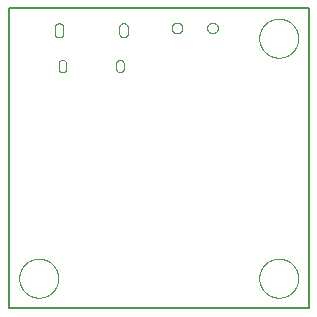
<source format=gko>
G75*
%MOIN*%
%OFA0B0*%
%FSLAX25Y25*%
%IPPOS*%
%LPD*%
%AMOC8*
5,1,8,0,0,1.08239X$1,22.5*
%
%ADD10C,0.00800*%
%ADD11C,0.00079*%
%ADD12C,0.00000*%
D10*
X0123333Y0052333D02*
X0123333Y0152333D01*
X0223333Y0152333D01*
X0223333Y0052333D01*
X0123333Y0052333D01*
D11*
X0139987Y0132239D02*
X0139987Y0133814D01*
X0139983Y0133881D01*
X0139983Y0133948D01*
X0139987Y0134016D01*
X0139995Y0134082D01*
X0140006Y0134149D01*
X0140022Y0134214D01*
X0140041Y0134279D01*
X0140063Y0134342D01*
X0140089Y0134404D01*
X0140119Y0134465D01*
X0140152Y0134523D01*
X0140188Y0134580D01*
X0140228Y0134634D01*
X0140270Y0134687D01*
X0140316Y0134736D01*
X0140364Y0134783D01*
X0140415Y0134827D01*
X0140468Y0134869D01*
X0140523Y0134907D01*
X0140581Y0134941D01*
X0140640Y0134973D01*
X0140702Y0135001D01*
X0140764Y0135026D01*
X0140828Y0135047D01*
X0140893Y0135064D01*
X0140959Y0135077D01*
X0141026Y0135087D01*
X0141093Y0135093D01*
X0141160Y0135095D01*
X0141227Y0135093D01*
X0141227Y0135094D02*
X0141300Y0135091D01*
X0141372Y0135084D01*
X0141443Y0135073D01*
X0141514Y0135059D01*
X0141584Y0135041D01*
X0141653Y0135018D01*
X0141721Y0134993D01*
X0141787Y0134963D01*
X0141851Y0134930D01*
X0141914Y0134894D01*
X0141974Y0134854D01*
X0142033Y0134811D01*
X0142088Y0134765D01*
X0142142Y0134716D01*
X0142192Y0134665D01*
X0142240Y0134610D01*
X0142285Y0134553D01*
X0142326Y0134494D01*
X0142364Y0134433D01*
X0142399Y0134369D01*
X0142431Y0134304D01*
X0142458Y0134237D01*
X0142483Y0134169D01*
X0142503Y0134100D01*
X0142520Y0134029D01*
X0142533Y0133958D01*
X0142542Y0133886D01*
X0142547Y0133814D01*
X0142546Y0133814D02*
X0142546Y0132239D01*
X0142545Y0132169D01*
X0142540Y0132100D01*
X0142532Y0132031D01*
X0142520Y0131962D01*
X0142504Y0131895D01*
X0142484Y0131828D01*
X0142460Y0131762D01*
X0142433Y0131698D01*
X0142403Y0131636D01*
X0142369Y0131575D01*
X0142332Y0131516D01*
X0142291Y0131459D01*
X0142248Y0131405D01*
X0142201Y0131353D01*
X0142152Y0131304D01*
X0142100Y0131257D01*
X0142046Y0131214D01*
X0141989Y0131173D01*
X0141930Y0131136D01*
X0141869Y0131102D01*
X0141807Y0131072D01*
X0141743Y0131045D01*
X0141677Y0131021D01*
X0141610Y0131001D01*
X0141543Y0130985D01*
X0141474Y0130973D01*
X0141405Y0130965D01*
X0141336Y0130960D01*
X0141266Y0130959D01*
X0141197Y0130961D01*
X0141128Y0130967D01*
X0141059Y0130976D01*
X0140991Y0130989D01*
X0140924Y0131006D01*
X0140857Y0131026D01*
X0140792Y0131050D01*
X0140729Y0131077D01*
X0140666Y0131108D01*
X0140606Y0131142D01*
X0140548Y0131180D01*
X0140491Y0131220D01*
X0140437Y0131263D01*
X0140386Y0131310D01*
X0140337Y0131359D01*
X0140290Y0131410D01*
X0140247Y0131464D01*
X0140207Y0131521D01*
X0140169Y0131579D01*
X0140135Y0131639D01*
X0140104Y0131702D01*
X0140077Y0131765D01*
X0140053Y0131830D01*
X0140033Y0131897D01*
X0140016Y0131964D01*
X0140003Y0132032D01*
X0139994Y0132101D01*
X0139988Y0132170D01*
X0139986Y0132239D01*
X0159121Y0132239D02*
X0159121Y0133814D01*
X0159117Y0133881D01*
X0159117Y0133948D01*
X0159121Y0134016D01*
X0159129Y0134082D01*
X0159140Y0134149D01*
X0159156Y0134214D01*
X0159175Y0134279D01*
X0159197Y0134342D01*
X0159223Y0134404D01*
X0159253Y0134465D01*
X0159286Y0134523D01*
X0159322Y0134580D01*
X0159362Y0134634D01*
X0159404Y0134687D01*
X0159450Y0134736D01*
X0159498Y0134783D01*
X0159549Y0134827D01*
X0159602Y0134869D01*
X0159657Y0134907D01*
X0159715Y0134941D01*
X0159774Y0134973D01*
X0159836Y0135001D01*
X0159898Y0135026D01*
X0159962Y0135047D01*
X0160027Y0135064D01*
X0160093Y0135077D01*
X0160160Y0135087D01*
X0160227Y0135093D01*
X0160294Y0135095D01*
X0160361Y0135093D01*
X0160360Y0135094D02*
X0160433Y0135091D01*
X0160505Y0135084D01*
X0160576Y0135073D01*
X0160647Y0135059D01*
X0160717Y0135041D01*
X0160786Y0135018D01*
X0160854Y0134993D01*
X0160920Y0134963D01*
X0160984Y0134930D01*
X0161047Y0134894D01*
X0161107Y0134854D01*
X0161166Y0134811D01*
X0161221Y0134765D01*
X0161275Y0134716D01*
X0161325Y0134665D01*
X0161373Y0134610D01*
X0161418Y0134553D01*
X0161459Y0134494D01*
X0161497Y0134433D01*
X0161532Y0134369D01*
X0161564Y0134304D01*
X0161591Y0134237D01*
X0161616Y0134169D01*
X0161636Y0134100D01*
X0161653Y0134029D01*
X0161666Y0133958D01*
X0161675Y0133886D01*
X0161680Y0133814D01*
X0161680Y0132239D01*
X0161679Y0132169D01*
X0161674Y0132100D01*
X0161666Y0132031D01*
X0161654Y0131962D01*
X0161638Y0131895D01*
X0161618Y0131828D01*
X0161594Y0131762D01*
X0161567Y0131698D01*
X0161537Y0131636D01*
X0161503Y0131575D01*
X0161466Y0131516D01*
X0161425Y0131459D01*
X0161382Y0131405D01*
X0161335Y0131353D01*
X0161286Y0131304D01*
X0161234Y0131257D01*
X0161180Y0131214D01*
X0161123Y0131173D01*
X0161064Y0131136D01*
X0161003Y0131102D01*
X0160941Y0131072D01*
X0160877Y0131045D01*
X0160811Y0131021D01*
X0160744Y0131001D01*
X0160677Y0130985D01*
X0160608Y0130973D01*
X0160539Y0130965D01*
X0160470Y0130960D01*
X0160400Y0130959D01*
X0160331Y0130961D01*
X0160262Y0130967D01*
X0160193Y0130976D01*
X0160125Y0130989D01*
X0160058Y0131006D01*
X0159991Y0131026D01*
X0159926Y0131050D01*
X0159863Y0131077D01*
X0159800Y0131108D01*
X0159740Y0131142D01*
X0159682Y0131180D01*
X0159625Y0131220D01*
X0159571Y0131263D01*
X0159520Y0131310D01*
X0159471Y0131359D01*
X0159424Y0131410D01*
X0159381Y0131464D01*
X0159341Y0131521D01*
X0159303Y0131579D01*
X0159269Y0131639D01*
X0159238Y0131702D01*
X0159211Y0131765D01*
X0159187Y0131830D01*
X0159167Y0131897D01*
X0159150Y0131964D01*
X0159137Y0132032D01*
X0159128Y0132101D01*
X0159122Y0132170D01*
X0159120Y0132239D01*
X0160203Y0143774D02*
X0160203Y0146136D01*
X0160204Y0146136D02*
X0160214Y0146207D01*
X0160228Y0146276D01*
X0160246Y0146345D01*
X0160267Y0146413D01*
X0160292Y0146480D01*
X0160321Y0146545D01*
X0160353Y0146609D01*
X0160388Y0146670D01*
X0160426Y0146730D01*
X0160468Y0146788D01*
X0160513Y0146843D01*
X0160560Y0146897D01*
X0160610Y0146947D01*
X0160663Y0146995D01*
X0160718Y0147040D01*
X0160776Y0147081D01*
X0160835Y0147120D01*
X0160897Y0147156D01*
X0160960Y0147188D01*
X0161026Y0147217D01*
X0161092Y0147242D01*
X0161160Y0147264D01*
X0161229Y0147282D01*
X0161298Y0147297D01*
X0161368Y0147307D01*
X0161439Y0147314D01*
X0161510Y0147318D01*
X0161581Y0147317D01*
X0161582Y0147317D02*
X0161653Y0147318D01*
X0161724Y0147314D01*
X0161795Y0147307D01*
X0161865Y0147297D01*
X0161934Y0147282D01*
X0162003Y0147264D01*
X0162071Y0147242D01*
X0162137Y0147217D01*
X0162203Y0147188D01*
X0162266Y0147156D01*
X0162328Y0147120D01*
X0162387Y0147081D01*
X0162445Y0147040D01*
X0162500Y0146995D01*
X0162553Y0146947D01*
X0162603Y0146897D01*
X0162650Y0146843D01*
X0162695Y0146788D01*
X0162737Y0146730D01*
X0162775Y0146670D01*
X0162810Y0146609D01*
X0162842Y0146545D01*
X0162871Y0146480D01*
X0162896Y0146413D01*
X0162917Y0146345D01*
X0162935Y0146276D01*
X0162949Y0146207D01*
X0162959Y0146136D01*
X0162959Y0143774D01*
X0162959Y0143775D02*
X0162949Y0143704D01*
X0162935Y0143635D01*
X0162917Y0143566D01*
X0162896Y0143498D01*
X0162871Y0143431D01*
X0162842Y0143366D01*
X0162810Y0143302D01*
X0162775Y0143241D01*
X0162737Y0143181D01*
X0162695Y0143123D01*
X0162650Y0143068D01*
X0162603Y0143014D01*
X0162553Y0142964D01*
X0162500Y0142916D01*
X0162445Y0142871D01*
X0162387Y0142830D01*
X0162328Y0142791D01*
X0162266Y0142755D01*
X0162203Y0142723D01*
X0162137Y0142694D01*
X0162071Y0142669D01*
X0162003Y0142647D01*
X0161934Y0142629D01*
X0161865Y0142614D01*
X0161795Y0142604D01*
X0161724Y0142597D01*
X0161653Y0142593D01*
X0161582Y0142594D01*
X0161581Y0142594D02*
X0161510Y0142593D01*
X0161439Y0142597D01*
X0161368Y0142604D01*
X0161298Y0142614D01*
X0161229Y0142629D01*
X0161160Y0142647D01*
X0161092Y0142669D01*
X0161026Y0142694D01*
X0160960Y0142723D01*
X0160897Y0142755D01*
X0160835Y0142791D01*
X0160776Y0142830D01*
X0160718Y0142871D01*
X0160663Y0142916D01*
X0160610Y0142964D01*
X0160560Y0143014D01*
X0160513Y0143068D01*
X0160468Y0143123D01*
X0160426Y0143181D01*
X0160388Y0143241D01*
X0160353Y0143302D01*
X0160321Y0143366D01*
X0160292Y0143431D01*
X0160267Y0143498D01*
X0160246Y0143566D01*
X0160228Y0143635D01*
X0160214Y0143704D01*
X0160204Y0143775D01*
X0141463Y0143774D02*
X0141463Y0146136D01*
X0141453Y0146207D01*
X0141439Y0146276D01*
X0141421Y0146345D01*
X0141400Y0146413D01*
X0141375Y0146480D01*
X0141346Y0146545D01*
X0141314Y0146609D01*
X0141279Y0146670D01*
X0141241Y0146730D01*
X0141199Y0146788D01*
X0141154Y0146843D01*
X0141107Y0146897D01*
X0141057Y0146947D01*
X0141004Y0146995D01*
X0140949Y0147040D01*
X0140891Y0147081D01*
X0140832Y0147120D01*
X0140770Y0147156D01*
X0140707Y0147188D01*
X0140641Y0147217D01*
X0140575Y0147242D01*
X0140507Y0147264D01*
X0140438Y0147282D01*
X0140369Y0147297D01*
X0140299Y0147307D01*
X0140228Y0147314D01*
X0140157Y0147318D01*
X0140086Y0147317D01*
X0140085Y0147317D02*
X0140014Y0147318D01*
X0139943Y0147314D01*
X0139872Y0147307D01*
X0139802Y0147297D01*
X0139733Y0147282D01*
X0139664Y0147264D01*
X0139596Y0147242D01*
X0139530Y0147217D01*
X0139464Y0147188D01*
X0139401Y0147156D01*
X0139339Y0147120D01*
X0139280Y0147081D01*
X0139222Y0147040D01*
X0139167Y0146995D01*
X0139114Y0146947D01*
X0139064Y0146897D01*
X0139017Y0146843D01*
X0138972Y0146788D01*
X0138930Y0146730D01*
X0138892Y0146670D01*
X0138857Y0146609D01*
X0138825Y0146545D01*
X0138796Y0146480D01*
X0138771Y0146413D01*
X0138750Y0146345D01*
X0138732Y0146276D01*
X0138718Y0146207D01*
X0138708Y0146136D01*
X0138707Y0146136D02*
X0138707Y0143774D01*
X0138708Y0143775D02*
X0138718Y0143704D01*
X0138732Y0143635D01*
X0138750Y0143566D01*
X0138771Y0143498D01*
X0138796Y0143431D01*
X0138825Y0143366D01*
X0138857Y0143302D01*
X0138892Y0143241D01*
X0138930Y0143181D01*
X0138972Y0143123D01*
X0139017Y0143068D01*
X0139064Y0143014D01*
X0139114Y0142964D01*
X0139167Y0142916D01*
X0139222Y0142871D01*
X0139280Y0142830D01*
X0139339Y0142791D01*
X0139401Y0142755D01*
X0139464Y0142723D01*
X0139530Y0142694D01*
X0139596Y0142669D01*
X0139664Y0142647D01*
X0139733Y0142629D01*
X0139802Y0142614D01*
X0139872Y0142604D01*
X0139943Y0142597D01*
X0140014Y0142593D01*
X0140085Y0142594D01*
X0140086Y0142594D02*
X0140157Y0142593D01*
X0140228Y0142597D01*
X0140299Y0142604D01*
X0140369Y0142614D01*
X0140438Y0142629D01*
X0140507Y0142647D01*
X0140575Y0142669D01*
X0140641Y0142694D01*
X0140707Y0142723D01*
X0140770Y0142755D01*
X0140832Y0142791D01*
X0140891Y0142830D01*
X0140949Y0142871D01*
X0141004Y0142916D01*
X0141057Y0142964D01*
X0141107Y0143014D01*
X0141154Y0143068D01*
X0141199Y0143123D01*
X0141241Y0143181D01*
X0141279Y0143241D01*
X0141314Y0143302D01*
X0141346Y0143366D01*
X0141375Y0143431D01*
X0141400Y0143498D01*
X0141421Y0143566D01*
X0141439Y0143635D01*
X0141453Y0143704D01*
X0141463Y0143775D01*
D12*
X0177656Y0145733D02*
X0177658Y0145817D01*
X0177664Y0145900D01*
X0177674Y0145983D01*
X0177688Y0146066D01*
X0177705Y0146148D01*
X0177727Y0146229D01*
X0177752Y0146308D01*
X0177781Y0146387D01*
X0177814Y0146464D01*
X0177850Y0146539D01*
X0177890Y0146613D01*
X0177933Y0146685D01*
X0177980Y0146754D01*
X0178030Y0146821D01*
X0178083Y0146886D01*
X0178139Y0146948D01*
X0178197Y0147008D01*
X0178259Y0147065D01*
X0178323Y0147118D01*
X0178390Y0147169D01*
X0178459Y0147216D01*
X0178530Y0147261D01*
X0178603Y0147301D01*
X0178678Y0147338D01*
X0178755Y0147372D01*
X0178833Y0147402D01*
X0178912Y0147428D01*
X0178993Y0147451D01*
X0179075Y0147469D01*
X0179157Y0147484D01*
X0179240Y0147495D01*
X0179323Y0147502D01*
X0179407Y0147505D01*
X0179491Y0147504D01*
X0179574Y0147499D01*
X0179658Y0147490D01*
X0179740Y0147477D01*
X0179822Y0147461D01*
X0179903Y0147440D01*
X0179984Y0147416D01*
X0180062Y0147388D01*
X0180140Y0147356D01*
X0180216Y0147320D01*
X0180290Y0147281D01*
X0180362Y0147239D01*
X0180432Y0147193D01*
X0180500Y0147144D01*
X0180565Y0147092D01*
X0180628Y0147037D01*
X0180688Y0146979D01*
X0180746Y0146918D01*
X0180800Y0146854D01*
X0180852Y0146788D01*
X0180900Y0146720D01*
X0180945Y0146649D01*
X0180986Y0146576D01*
X0181025Y0146502D01*
X0181059Y0146426D01*
X0181090Y0146348D01*
X0181117Y0146269D01*
X0181141Y0146188D01*
X0181160Y0146107D01*
X0181176Y0146025D01*
X0181188Y0145942D01*
X0181196Y0145858D01*
X0181200Y0145775D01*
X0181200Y0145691D01*
X0181196Y0145608D01*
X0181188Y0145524D01*
X0181176Y0145441D01*
X0181160Y0145359D01*
X0181141Y0145278D01*
X0181117Y0145197D01*
X0181090Y0145118D01*
X0181059Y0145040D01*
X0181025Y0144964D01*
X0180986Y0144890D01*
X0180945Y0144817D01*
X0180900Y0144746D01*
X0180852Y0144678D01*
X0180800Y0144612D01*
X0180746Y0144548D01*
X0180688Y0144487D01*
X0180628Y0144429D01*
X0180565Y0144374D01*
X0180500Y0144322D01*
X0180432Y0144273D01*
X0180362Y0144227D01*
X0180290Y0144185D01*
X0180216Y0144146D01*
X0180140Y0144110D01*
X0180062Y0144078D01*
X0179984Y0144050D01*
X0179903Y0144026D01*
X0179822Y0144005D01*
X0179740Y0143989D01*
X0179658Y0143976D01*
X0179574Y0143967D01*
X0179491Y0143962D01*
X0179407Y0143961D01*
X0179323Y0143964D01*
X0179240Y0143971D01*
X0179157Y0143982D01*
X0179075Y0143997D01*
X0178993Y0144015D01*
X0178912Y0144038D01*
X0178833Y0144064D01*
X0178755Y0144094D01*
X0178678Y0144128D01*
X0178603Y0144165D01*
X0178530Y0144205D01*
X0178459Y0144250D01*
X0178390Y0144297D01*
X0178323Y0144348D01*
X0178259Y0144401D01*
X0178197Y0144458D01*
X0178139Y0144518D01*
X0178083Y0144580D01*
X0178030Y0144645D01*
X0177980Y0144712D01*
X0177933Y0144781D01*
X0177890Y0144853D01*
X0177850Y0144927D01*
X0177814Y0145002D01*
X0177781Y0145079D01*
X0177752Y0145158D01*
X0177727Y0145237D01*
X0177705Y0145318D01*
X0177688Y0145400D01*
X0177674Y0145483D01*
X0177664Y0145566D01*
X0177658Y0145649D01*
X0177656Y0145733D01*
X0189467Y0145733D02*
X0189469Y0145817D01*
X0189475Y0145900D01*
X0189485Y0145983D01*
X0189499Y0146066D01*
X0189516Y0146148D01*
X0189538Y0146229D01*
X0189563Y0146308D01*
X0189592Y0146387D01*
X0189625Y0146464D01*
X0189661Y0146539D01*
X0189701Y0146613D01*
X0189744Y0146685D01*
X0189791Y0146754D01*
X0189841Y0146821D01*
X0189894Y0146886D01*
X0189950Y0146948D01*
X0190008Y0147008D01*
X0190070Y0147065D01*
X0190134Y0147118D01*
X0190201Y0147169D01*
X0190270Y0147216D01*
X0190341Y0147261D01*
X0190414Y0147301D01*
X0190489Y0147338D01*
X0190566Y0147372D01*
X0190644Y0147402D01*
X0190723Y0147428D01*
X0190804Y0147451D01*
X0190886Y0147469D01*
X0190968Y0147484D01*
X0191051Y0147495D01*
X0191134Y0147502D01*
X0191218Y0147505D01*
X0191302Y0147504D01*
X0191385Y0147499D01*
X0191469Y0147490D01*
X0191551Y0147477D01*
X0191633Y0147461D01*
X0191714Y0147440D01*
X0191795Y0147416D01*
X0191873Y0147388D01*
X0191951Y0147356D01*
X0192027Y0147320D01*
X0192101Y0147281D01*
X0192173Y0147239D01*
X0192243Y0147193D01*
X0192311Y0147144D01*
X0192376Y0147092D01*
X0192439Y0147037D01*
X0192499Y0146979D01*
X0192557Y0146918D01*
X0192611Y0146854D01*
X0192663Y0146788D01*
X0192711Y0146720D01*
X0192756Y0146649D01*
X0192797Y0146576D01*
X0192836Y0146502D01*
X0192870Y0146426D01*
X0192901Y0146348D01*
X0192928Y0146269D01*
X0192952Y0146188D01*
X0192971Y0146107D01*
X0192987Y0146025D01*
X0192999Y0145942D01*
X0193007Y0145858D01*
X0193011Y0145775D01*
X0193011Y0145691D01*
X0193007Y0145608D01*
X0192999Y0145524D01*
X0192987Y0145441D01*
X0192971Y0145359D01*
X0192952Y0145278D01*
X0192928Y0145197D01*
X0192901Y0145118D01*
X0192870Y0145040D01*
X0192836Y0144964D01*
X0192797Y0144890D01*
X0192756Y0144817D01*
X0192711Y0144746D01*
X0192663Y0144678D01*
X0192611Y0144612D01*
X0192557Y0144548D01*
X0192499Y0144487D01*
X0192439Y0144429D01*
X0192376Y0144374D01*
X0192311Y0144322D01*
X0192243Y0144273D01*
X0192173Y0144227D01*
X0192101Y0144185D01*
X0192027Y0144146D01*
X0191951Y0144110D01*
X0191873Y0144078D01*
X0191795Y0144050D01*
X0191714Y0144026D01*
X0191633Y0144005D01*
X0191551Y0143989D01*
X0191469Y0143976D01*
X0191385Y0143967D01*
X0191302Y0143962D01*
X0191218Y0143961D01*
X0191134Y0143964D01*
X0191051Y0143971D01*
X0190968Y0143982D01*
X0190886Y0143997D01*
X0190804Y0144015D01*
X0190723Y0144038D01*
X0190644Y0144064D01*
X0190566Y0144094D01*
X0190489Y0144128D01*
X0190414Y0144165D01*
X0190341Y0144205D01*
X0190270Y0144250D01*
X0190201Y0144297D01*
X0190134Y0144348D01*
X0190070Y0144401D01*
X0190008Y0144458D01*
X0189950Y0144518D01*
X0189894Y0144580D01*
X0189841Y0144645D01*
X0189791Y0144712D01*
X0189744Y0144781D01*
X0189701Y0144853D01*
X0189661Y0144927D01*
X0189625Y0145002D01*
X0189592Y0145079D01*
X0189563Y0145158D01*
X0189538Y0145237D01*
X0189516Y0145318D01*
X0189499Y0145400D01*
X0189485Y0145483D01*
X0189475Y0145566D01*
X0189469Y0145649D01*
X0189467Y0145733D01*
X0206833Y0142333D02*
X0206835Y0142494D01*
X0206841Y0142654D01*
X0206851Y0142815D01*
X0206865Y0142975D01*
X0206883Y0143135D01*
X0206904Y0143294D01*
X0206930Y0143453D01*
X0206960Y0143611D01*
X0206993Y0143768D01*
X0207031Y0143925D01*
X0207072Y0144080D01*
X0207117Y0144234D01*
X0207166Y0144387D01*
X0207219Y0144539D01*
X0207275Y0144690D01*
X0207336Y0144839D01*
X0207399Y0144987D01*
X0207467Y0145133D01*
X0207538Y0145277D01*
X0207612Y0145419D01*
X0207690Y0145560D01*
X0207772Y0145698D01*
X0207857Y0145835D01*
X0207945Y0145969D01*
X0208037Y0146101D01*
X0208132Y0146231D01*
X0208230Y0146359D01*
X0208331Y0146484D01*
X0208435Y0146606D01*
X0208542Y0146726D01*
X0208652Y0146843D01*
X0208765Y0146958D01*
X0208881Y0147069D01*
X0209000Y0147178D01*
X0209121Y0147283D01*
X0209245Y0147386D01*
X0209371Y0147486D01*
X0209499Y0147582D01*
X0209630Y0147675D01*
X0209764Y0147765D01*
X0209899Y0147852D01*
X0210037Y0147935D01*
X0210176Y0148015D01*
X0210318Y0148091D01*
X0210461Y0148164D01*
X0210606Y0148233D01*
X0210753Y0148299D01*
X0210901Y0148361D01*
X0211051Y0148419D01*
X0211202Y0148474D01*
X0211355Y0148525D01*
X0211509Y0148572D01*
X0211664Y0148615D01*
X0211820Y0148654D01*
X0211976Y0148690D01*
X0212134Y0148721D01*
X0212292Y0148749D01*
X0212451Y0148773D01*
X0212611Y0148793D01*
X0212771Y0148809D01*
X0212931Y0148821D01*
X0213092Y0148829D01*
X0213253Y0148833D01*
X0213413Y0148833D01*
X0213574Y0148829D01*
X0213735Y0148821D01*
X0213895Y0148809D01*
X0214055Y0148793D01*
X0214215Y0148773D01*
X0214374Y0148749D01*
X0214532Y0148721D01*
X0214690Y0148690D01*
X0214846Y0148654D01*
X0215002Y0148615D01*
X0215157Y0148572D01*
X0215311Y0148525D01*
X0215464Y0148474D01*
X0215615Y0148419D01*
X0215765Y0148361D01*
X0215913Y0148299D01*
X0216060Y0148233D01*
X0216205Y0148164D01*
X0216348Y0148091D01*
X0216490Y0148015D01*
X0216629Y0147935D01*
X0216767Y0147852D01*
X0216902Y0147765D01*
X0217036Y0147675D01*
X0217167Y0147582D01*
X0217295Y0147486D01*
X0217421Y0147386D01*
X0217545Y0147283D01*
X0217666Y0147178D01*
X0217785Y0147069D01*
X0217901Y0146958D01*
X0218014Y0146843D01*
X0218124Y0146726D01*
X0218231Y0146606D01*
X0218335Y0146484D01*
X0218436Y0146359D01*
X0218534Y0146231D01*
X0218629Y0146101D01*
X0218721Y0145969D01*
X0218809Y0145835D01*
X0218894Y0145698D01*
X0218976Y0145560D01*
X0219054Y0145419D01*
X0219128Y0145277D01*
X0219199Y0145133D01*
X0219267Y0144987D01*
X0219330Y0144839D01*
X0219391Y0144690D01*
X0219447Y0144539D01*
X0219500Y0144387D01*
X0219549Y0144234D01*
X0219594Y0144080D01*
X0219635Y0143925D01*
X0219673Y0143768D01*
X0219706Y0143611D01*
X0219736Y0143453D01*
X0219762Y0143294D01*
X0219783Y0143135D01*
X0219801Y0142975D01*
X0219815Y0142815D01*
X0219825Y0142654D01*
X0219831Y0142494D01*
X0219833Y0142333D01*
X0219831Y0142172D01*
X0219825Y0142012D01*
X0219815Y0141851D01*
X0219801Y0141691D01*
X0219783Y0141531D01*
X0219762Y0141372D01*
X0219736Y0141213D01*
X0219706Y0141055D01*
X0219673Y0140898D01*
X0219635Y0140741D01*
X0219594Y0140586D01*
X0219549Y0140432D01*
X0219500Y0140279D01*
X0219447Y0140127D01*
X0219391Y0139976D01*
X0219330Y0139827D01*
X0219267Y0139679D01*
X0219199Y0139533D01*
X0219128Y0139389D01*
X0219054Y0139247D01*
X0218976Y0139106D01*
X0218894Y0138968D01*
X0218809Y0138831D01*
X0218721Y0138697D01*
X0218629Y0138565D01*
X0218534Y0138435D01*
X0218436Y0138307D01*
X0218335Y0138182D01*
X0218231Y0138060D01*
X0218124Y0137940D01*
X0218014Y0137823D01*
X0217901Y0137708D01*
X0217785Y0137597D01*
X0217666Y0137488D01*
X0217545Y0137383D01*
X0217421Y0137280D01*
X0217295Y0137180D01*
X0217167Y0137084D01*
X0217036Y0136991D01*
X0216902Y0136901D01*
X0216767Y0136814D01*
X0216629Y0136731D01*
X0216490Y0136651D01*
X0216348Y0136575D01*
X0216205Y0136502D01*
X0216060Y0136433D01*
X0215913Y0136367D01*
X0215765Y0136305D01*
X0215615Y0136247D01*
X0215464Y0136192D01*
X0215311Y0136141D01*
X0215157Y0136094D01*
X0215002Y0136051D01*
X0214846Y0136012D01*
X0214690Y0135976D01*
X0214532Y0135945D01*
X0214374Y0135917D01*
X0214215Y0135893D01*
X0214055Y0135873D01*
X0213895Y0135857D01*
X0213735Y0135845D01*
X0213574Y0135837D01*
X0213413Y0135833D01*
X0213253Y0135833D01*
X0213092Y0135837D01*
X0212931Y0135845D01*
X0212771Y0135857D01*
X0212611Y0135873D01*
X0212451Y0135893D01*
X0212292Y0135917D01*
X0212134Y0135945D01*
X0211976Y0135976D01*
X0211820Y0136012D01*
X0211664Y0136051D01*
X0211509Y0136094D01*
X0211355Y0136141D01*
X0211202Y0136192D01*
X0211051Y0136247D01*
X0210901Y0136305D01*
X0210753Y0136367D01*
X0210606Y0136433D01*
X0210461Y0136502D01*
X0210318Y0136575D01*
X0210176Y0136651D01*
X0210037Y0136731D01*
X0209899Y0136814D01*
X0209764Y0136901D01*
X0209630Y0136991D01*
X0209499Y0137084D01*
X0209371Y0137180D01*
X0209245Y0137280D01*
X0209121Y0137383D01*
X0209000Y0137488D01*
X0208881Y0137597D01*
X0208765Y0137708D01*
X0208652Y0137823D01*
X0208542Y0137940D01*
X0208435Y0138060D01*
X0208331Y0138182D01*
X0208230Y0138307D01*
X0208132Y0138435D01*
X0208037Y0138565D01*
X0207945Y0138697D01*
X0207857Y0138831D01*
X0207772Y0138968D01*
X0207690Y0139106D01*
X0207612Y0139247D01*
X0207538Y0139389D01*
X0207467Y0139533D01*
X0207399Y0139679D01*
X0207336Y0139827D01*
X0207275Y0139976D01*
X0207219Y0140127D01*
X0207166Y0140279D01*
X0207117Y0140432D01*
X0207072Y0140586D01*
X0207031Y0140741D01*
X0206993Y0140898D01*
X0206960Y0141055D01*
X0206930Y0141213D01*
X0206904Y0141372D01*
X0206883Y0141531D01*
X0206865Y0141691D01*
X0206851Y0141851D01*
X0206841Y0142012D01*
X0206835Y0142172D01*
X0206833Y0142333D01*
X0206833Y0062333D02*
X0206835Y0062494D01*
X0206841Y0062654D01*
X0206851Y0062815D01*
X0206865Y0062975D01*
X0206883Y0063135D01*
X0206904Y0063294D01*
X0206930Y0063453D01*
X0206960Y0063611D01*
X0206993Y0063768D01*
X0207031Y0063925D01*
X0207072Y0064080D01*
X0207117Y0064234D01*
X0207166Y0064387D01*
X0207219Y0064539D01*
X0207275Y0064690D01*
X0207336Y0064839D01*
X0207399Y0064987D01*
X0207467Y0065133D01*
X0207538Y0065277D01*
X0207612Y0065419D01*
X0207690Y0065560D01*
X0207772Y0065698D01*
X0207857Y0065835D01*
X0207945Y0065969D01*
X0208037Y0066101D01*
X0208132Y0066231D01*
X0208230Y0066359D01*
X0208331Y0066484D01*
X0208435Y0066606D01*
X0208542Y0066726D01*
X0208652Y0066843D01*
X0208765Y0066958D01*
X0208881Y0067069D01*
X0209000Y0067178D01*
X0209121Y0067283D01*
X0209245Y0067386D01*
X0209371Y0067486D01*
X0209499Y0067582D01*
X0209630Y0067675D01*
X0209764Y0067765D01*
X0209899Y0067852D01*
X0210037Y0067935D01*
X0210176Y0068015D01*
X0210318Y0068091D01*
X0210461Y0068164D01*
X0210606Y0068233D01*
X0210753Y0068299D01*
X0210901Y0068361D01*
X0211051Y0068419D01*
X0211202Y0068474D01*
X0211355Y0068525D01*
X0211509Y0068572D01*
X0211664Y0068615D01*
X0211820Y0068654D01*
X0211976Y0068690D01*
X0212134Y0068721D01*
X0212292Y0068749D01*
X0212451Y0068773D01*
X0212611Y0068793D01*
X0212771Y0068809D01*
X0212931Y0068821D01*
X0213092Y0068829D01*
X0213253Y0068833D01*
X0213413Y0068833D01*
X0213574Y0068829D01*
X0213735Y0068821D01*
X0213895Y0068809D01*
X0214055Y0068793D01*
X0214215Y0068773D01*
X0214374Y0068749D01*
X0214532Y0068721D01*
X0214690Y0068690D01*
X0214846Y0068654D01*
X0215002Y0068615D01*
X0215157Y0068572D01*
X0215311Y0068525D01*
X0215464Y0068474D01*
X0215615Y0068419D01*
X0215765Y0068361D01*
X0215913Y0068299D01*
X0216060Y0068233D01*
X0216205Y0068164D01*
X0216348Y0068091D01*
X0216490Y0068015D01*
X0216629Y0067935D01*
X0216767Y0067852D01*
X0216902Y0067765D01*
X0217036Y0067675D01*
X0217167Y0067582D01*
X0217295Y0067486D01*
X0217421Y0067386D01*
X0217545Y0067283D01*
X0217666Y0067178D01*
X0217785Y0067069D01*
X0217901Y0066958D01*
X0218014Y0066843D01*
X0218124Y0066726D01*
X0218231Y0066606D01*
X0218335Y0066484D01*
X0218436Y0066359D01*
X0218534Y0066231D01*
X0218629Y0066101D01*
X0218721Y0065969D01*
X0218809Y0065835D01*
X0218894Y0065698D01*
X0218976Y0065560D01*
X0219054Y0065419D01*
X0219128Y0065277D01*
X0219199Y0065133D01*
X0219267Y0064987D01*
X0219330Y0064839D01*
X0219391Y0064690D01*
X0219447Y0064539D01*
X0219500Y0064387D01*
X0219549Y0064234D01*
X0219594Y0064080D01*
X0219635Y0063925D01*
X0219673Y0063768D01*
X0219706Y0063611D01*
X0219736Y0063453D01*
X0219762Y0063294D01*
X0219783Y0063135D01*
X0219801Y0062975D01*
X0219815Y0062815D01*
X0219825Y0062654D01*
X0219831Y0062494D01*
X0219833Y0062333D01*
X0219831Y0062172D01*
X0219825Y0062012D01*
X0219815Y0061851D01*
X0219801Y0061691D01*
X0219783Y0061531D01*
X0219762Y0061372D01*
X0219736Y0061213D01*
X0219706Y0061055D01*
X0219673Y0060898D01*
X0219635Y0060741D01*
X0219594Y0060586D01*
X0219549Y0060432D01*
X0219500Y0060279D01*
X0219447Y0060127D01*
X0219391Y0059976D01*
X0219330Y0059827D01*
X0219267Y0059679D01*
X0219199Y0059533D01*
X0219128Y0059389D01*
X0219054Y0059247D01*
X0218976Y0059106D01*
X0218894Y0058968D01*
X0218809Y0058831D01*
X0218721Y0058697D01*
X0218629Y0058565D01*
X0218534Y0058435D01*
X0218436Y0058307D01*
X0218335Y0058182D01*
X0218231Y0058060D01*
X0218124Y0057940D01*
X0218014Y0057823D01*
X0217901Y0057708D01*
X0217785Y0057597D01*
X0217666Y0057488D01*
X0217545Y0057383D01*
X0217421Y0057280D01*
X0217295Y0057180D01*
X0217167Y0057084D01*
X0217036Y0056991D01*
X0216902Y0056901D01*
X0216767Y0056814D01*
X0216629Y0056731D01*
X0216490Y0056651D01*
X0216348Y0056575D01*
X0216205Y0056502D01*
X0216060Y0056433D01*
X0215913Y0056367D01*
X0215765Y0056305D01*
X0215615Y0056247D01*
X0215464Y0056192D01*
X0215311Y0056141D01*
X0215157Y0056094D01*
X0215002Y0056051D01*
X0214846Y0056012D01*
X0214690Y0055976D01*
X0214532Y0055945D01*
X0214374Y0055917D01*
X0214215Y0055893D01*
X0214055Y0055873D01*
X0213895Y0055857D01*
X0213735Y0055845D01*
X0213574Y0055837D01*
X0213413Y0055833D01*
X0213253Y0055833D01*
X0213092Y0055837D01*
X0212931Y0055845D01*
X0212771Y0055857D01*
X0212611Y0055873D01*
X0212451Y0055893D01*
X0212292Y0055917D01*
X0212134Y0055945D01*
X0211976Y0055976D01*
X0211820Y0056012D01*
X0211664Y0056051D01*
X0211509Y0056094D01*
X0211355Y0056141D01*
X0211202Y0056192D01*
X0211051Y0056247D01*
X0210901Y0056305D01*
X0210753Y0056367D01*
X0210606Y0056433D01*
X0210461Y0056502D01*
X0210318Y0056575D01*
X0210176Y0056651D01*
X0210037Y0056731D01*
X0209899Y0056814D01*
X0209764Y0056901D01*
X0209630Y0056991D01*
X0209499Y0057084D01*
X0209371Y0057180D01*
X0209245Y0057280D01*
X0209121Y0057383D01*
X0209000Y0057488D01*
X0208881Y0057597D01*
X0208765Y0057708D01*
X0208652Y0057823D01*
X0208542Y0057940D01*
X0208435Y0058060D01*
X0208331Y0058182D01*
X0208230Y0058307D01*
X0208132Y0058435D01*
X0208037Y0058565D01*
X0207945Y0058697D01*
X0207857Y0058831D01*
X0207772Y0058968D01*
X0207690Y0059106D01*
X0207612Y0059247D01*
X0207538Y0059389D01*
X0207467Y0059533D01*
X0207399Y0059679D01*
X0207336Y0059827D01*
X0207275Y0059976D01*
X0207219Y0060127D01*
X0207166Y0060279D01*
X0207117Y0060432D01*
X0207072Y0060586D01*
X0207031Y0060741D01*
X0206993Y0060898D01*
X0206960Y0061055D01*
X0206930Y0061213D01*
X0206904Y0061372D01*
X0206883Y0061531D01*
X0206865Y0061691D01*
X0206851Y0061851D01*
X0206841Y0062012D01*
X0206835Y0062172D01*
X0206833Y0062333D01*
X0126833Y0062333D02*
X0126835Y0062494D01*
X0126841Y0062654D01*
X0126851Y0062815D01*
X0126865Y0062975D01*
X0126883Y0063135D01*
X0126904Y0063294D01*
X0126930Y0063453D01*
X0126960Y0063611D01*
X0126993Y0063768D01*
X0127031Y0063925D01*
X0127072Y0064080D01*
X0127117Y0064234D01*
X0127166Y0064387D01*
X0127219Y0064539D01*
X0127275Y0064690D01*
X0127336Y0064839D01*
X0127399Y0064987D01*
X0127467Y0065133D01*
X0127538Y0065277D01*
X0127612Y0065419D01*
X0127690Y0065560D01*
X0127772Y0065698D01*
X0127857Y0065835D01*
X0127945Y0065969D01*
X0128037Y0066101D01*
X0128132Y0066231D01*
X0128230Y0066359D01*
X0128331Y0066484D01*
X0128435Y0066606D01*
X0128542Y0066726D01*
X0128652Y0066843D01*
X0128765Y0066958D01*
X0128881Y0067069D01*
X0129000Y0067178D01*
X0129121Y0067283D01*
X0129245Y0067386D01*
X0129371Y0067486D01*
X0129499Y0067582D01*
X0129630Y0067675D01*
X0129764Y0067765D01*
X0129899Y0067852D01*
X0130037Y0067935D01*
X0130176Y0068015D01*
X0130318Y0068091D01*
X0130461Y0068164D01*
X0130606Y0068233D01*
X0130753Y0068299D01*
X0130901Y0068361D01*
X0131051Y0068419D01*
X0131202Y0068474D01*
X0131355Y0068525D01*
X0131509Y0068572D01*
X0131664Y0068615D01*
X0131820Y0068654D01*
X0131976Y0068690D01*
X0132134Y0068721D01*
X0132292Y0068749D01*
X0132451Y0068773D01*
X0132611Y0068793D01*
X0132771Y0068809D01*
X0132931Y0068821D01*
X0133092Y0068829D01*
X0133253Y0068833D01*
X0133413Y0068833D01*
X0133574Y0068829D01*
X0133735Y0068821D01*
X0133895Y0068809D01*
X0134055Y0068793D01*
X0134215Y0068773D01*
X0134374Y0068749D01*
X0134532Y0068721D01*
X0134690Y0068690D01*
X0134846Y0068654D01*
X0135002Y0068615D01*
X0135157Y0068572D01*
X0135311Y0068525D01*
X0135464Y0068474D01*
X0135615Y0068419D01*
X0135765Y0068361D01*
X0135913Y0068299D01*
X0136060Y0068233D01*
X0136205Y0068164D01*
X0136348Y0068091D01*
X0136490Y0068015D01*
X0136629Y0067935D01*
X0136767Y0067852D01*
X0136902Y0067765D01*
X0137036Y0067675D01*
X0137167Y0067582D01*
X0137295Y0067486D01*
X0137421Y0067386D01*
X0137545Y0067283D01*
X0137666Y0067178D01*
X0137785Y0067069D01*
X0137901Y0066958D01*
X0138014Y0066843D01*
X0138124Y0066726D01*
X0138231Y0066606D01*
X0138335Y0066484D01*
X0138436Y0066359D01*
X0138534Y0066231D01*
X0138629Y0066101D01*
X0138721Y0065969D01*
X0138809Y0065835D01*
X0138894Y0065698D01*
X0138976Y0065560D01*
X0139054Y0065419D01*
X0139128Y0065277D01*
X0139199Y0065133D01*
X0139267Y0064987D01*
X0139330Y0064839D01*
X0139391Y0064690D01*
X0139447Y0064539D01*
X0139500Y0064387D01*
X0139549Y0064234D01*
X0139594Y0064080D01*
X0139635Y0063925D01*
X0139673Y0063768D01*
X0139706Y0063611D01*
X0139736Y0063453D01*
X0139762Y0063294D01*
X0139783Y0063135D01*
X0139801Y0062975D01*
X0139815Y0062815D01*
X0139825Y0062654D01*
X0139831Y0062494D01*
X0139833Y0062333D01*
X0139831Y0062172D01*
X0139825Y0062012D01*
X0139815Y0061851D01*
X0139801Y0061691D01*
X0139783Y0061531D01*
X0139762Y0061372D01*
X0139736Y0061213D01*
X0139706Y0061055D01*
X0139673Y0060898D01*
X0139635Y0060741D01*
X0139594Y0060586D01*
X0139549Y0060432D01*
X0139500Y0060279D01*
X0139447Y0060127D01*
X0139391Y0059976D01*
X0139330Y0059827D01*
X0139267Y0059679D01*
X0139199Y0059533D01*
X0139128Y0059389D01*
X0139054Y0059247D01*
X0138976Y0059106D01*
X0138894Y0058968D01*
X0138809Y0058831D01*
X0138721Y0058697D01*
X0138629Y0058565D01*
X0138534Y0058435D01*
X0138436Y0058307D01*
X0138335Y0058182D01*
X0138231Y0058060D01*
X0138124Y0057940D01*
X0138014Y0057823D01*
X0137901Y0057708D01*
X0137785Y0057597D01*
X0137666Y0057488D01*
X0137545Y0057383D01*
X0137421Y0057280D01*
X0137295Y0057180D01*
X0137167Y0057084D01*
X0137036Y0056991D01*
X0136902Y0056901D01*
X0136767Y0056814D01*
X0136629Y0056731D01*
X0136490Y0056651D01*
X0136348Y0056575D01*
X0136205Y0056502D01*
X0136060Y0056433D01*
X0135913Y0056367D01*
X0135765Y0056305D01*
X0135615Y0056247D01*
X0135464Y0056192D01*
X0135311Y0056141D01*
X0135157Y0056094D01*
X0135002Y0056051D01*
X0134846Y0056012D01*
X0134690Y0055976D01*
X0134532Y0055945D01*
X0134374Y0055917D01*
X0134215Y0055893D01*
X0134055Y0055873D01*
X0133895Y0055857D01*
X0133735Y0055845D01*
X0133574Y0055837D01*
X0133413Y0055833D01*
X0133253Y0055833D01*
X0133092Y0055837D01*
X0132931Y0055845D01*
X0132771Y0055857D01*
X0132611Y0055873D01*
X0132451Y0055893D01*
X0132292Y0055917D01*
X0132134Y0055945D01*
X0131976Y0055976D01*
X0131820Y0056012D01*
X0131664Y0056051D01*
X0131509Y0056094D01*
X0131355Y0056141D01*
X0131202Y0056192D01*
X0131051Y0056247D01*
X0130901Y0056305D01*
X0130753Y0056367D01*
X0130606Y0056433D01*
X0130461Y0056502D01*
X0130318Y0056575D01*
X0130176Y0056651D01*
X0130037Y0056731D01*
X0129899Y0056814D01*
X0129764Y0056901D01*
X0129630Y0056991D01*
X0129499Y0057084D01*
X0129371Y0057180D01*
X0129245Y0057280D01*
X0129121Y0057383D01*
X0129000Y0057488D01*
X0128881Y0057597D01*
X0128765Y0057708D01*
X0128652Y0057823D01*
X0128542Y0057940D01*
X0128435Y0058060D01*
X0128331Y0058182D01*
X0128230Y0058307D01*
X0128132Y0058435D01*
X0128037Y0058565D01*
X0127945Y0058697D01*
X0127857Y0058831D01*
X0127772Y0058968D01*
X0127690Y0059106D01*
X0127612Y0059247D01*
X0127538Y0059389D01*
X0127467Y0059533D01*
X0127399Y0059679D01*
X0127336Y0059827D01*
X0127275Y0059976D01*
X0127219Y0060127D01*
X0127166Y0060279D01*
X0127117Y0060432D01*
X0127072Y0060586D01*
X0127031Y0060741D01*
X0126993Y0060898D01*
X0126960Y0061055D01*
X0126930Y0061213D01*
X0126904Y0061372D01*
X0126883Y0061531D01*
X0126865Y0061691D01*
X0126851Y0061851D01*
X0126841Y0062012D01*
X0126835Y0062172D01*
X0126833Y0062333D01*
M02*

</source>
